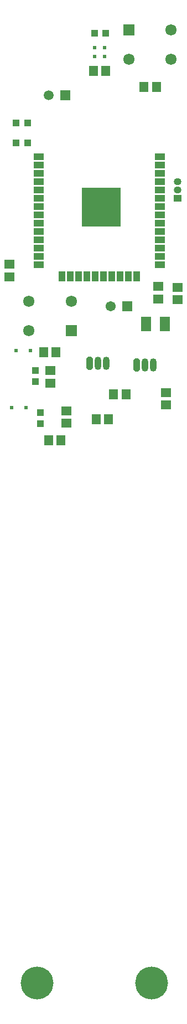
<source format=gbr>
G04 DipTrace 3.0.0.1*
G04 Âåðõíÿÿìàñêà.gbr*
%MOMM*%
G04 #@! TF.FileFunction,Soldermask,Top*
G04 #@! TF.Part,Single*
%AMOUTLINE0*
4,1,4,
-0.5,-0.75,
-0.5,0.75,
0.5,0.75,
0.5,-0.75,
-0.5,-0.75,
0*%
%AMOUTLINE2*
4,1,8,
-0.51,-0.75414,
-0.25414,-1.01,
0.25414,-1.01,
0.51,-0.75414,
0.51,0.75414,
0.25414,1.01,
-0.25414,1.01,
-0.51,0.75414,
-0.51,-0.75414,
0*%
%ADD25R,1.5X1.0*%
%ADD26R,6.0X6.0*%
%ADD51C,5.02*%
%ADD55C,1.72*%
%ADD57R,1.72X1.72*%
%ADD61C,1.52*%
%ADD63R,1.52X1.52*%
%ADD65O,1.17X1.07*%
%ADD67R,1.17X1.07*%
%ADD69C,1.544*%
%ADD71R,1.544X1.544*%
%ADD73O,1.02X2.02*%
%ADD79R,0.62X0.62*%
%ADD81R,1.52X2.22*%
%ADD83R,1.02X1.12*%
%ADD85R,1.32X1.52*%
%ADD87R,1.52X1.32*%
%ADD89R,1.12X1.02*%
%ADD93OUTLINE0*%
%ADD95OUTLINE2*%
%FSLAX35Y35*%
G04*
G71*
G90*
G75*
G01*
G04 TopMask*
%LPD*%
D89*
X2475000Y18450000D3*
X2645000D3*
X1450000Y17075000D3*
X1280000D3*
X1450000Y16775000D3*
X1280000D3*
D83*
X1575000Y13125000D3*
Y13295000D3*
X1650000Y12650000D3*
Y12480000D3*
D81*
X3550000Y14000000D3*
X3270000D3*
D79*
X1275000Y13600000D3*
X1495000D3*
X1425000Y12725000D3*
X1205000D3*
D25*
X1625000Y16175000D3*
Y16048000D3*
Y15921000D3*
Y15794000D3*
Y15667000D3*
Y15540000D3*
Y15413000D3*
Y15286000D3*
D93*
X3123000Y14731000D3*
D25*
X3475000Y14905000D3*
Y15032000D3*
Y15159000D3*
Y15286000D3*
Y15413000D3*
Y15540000D3*
Y15667000D3*
D93*
X2234000Y14731000D3*
D25*
X1625000Y15159000D3*
Y15032000D3*
Y14905000D3*
D93*
X1980000Y14731000D3*
X2107000D3*
D25*
X1625000Y16302000D3*
Y16429000D3*
Y16556000D3*
D93*
X2361000Y14731000D3*
X2488000D3*
X2615000D3*
X2996000D3*
X2869000D3*
X2742000D3*
D25*
X3475000Y15794000D3*
Y15921000D3*
Y16048000D3*
Y16175000D3*
Y16302000D3*
Y16429000D3*
Y16556000D3*
D26*
X2580000Y15786000D3*
D95*
X2400000Y13400000D3*
D73*
X2527000D3*
X2654000D3*
D71*
X2975000Y14275000D3*
D69*
X2721000D3*
D67*
X3750000Y15925000D3*
D65*
Y16050000D3*
Y16175000D3*
D63*
X2029000Y17500000D3*
D61*
X1775000D3*
D87*
X1175000Y14725000D3*
Y14915000D3*
X3450000Y14575000D3*
Y14385000D3*
X3570000Y12765000D3*
Y12955000D3*
D85*
X2770000Y12925000D3*
X2960000D3*
D87*
X3750000Y14375000D3*
Y14565000D3*
D85*
X2650000Y17875000D3*
X2460000D3*
X1700000Y13575000D3*
X1890000D3*
D87*
X1800000Y13100000D3*
Y13290000D3*
D85*
X1775000Y12225000D3*
X1965000D3*
D87*
X2050000Y12675000D3*
Y12485000D3*
D85*
X2500000Y12550000D3*
X2690000D3*
X3425000Y17625000D3*
X3235000D3*
D57*
X2125000Y13900000D3*
D55*
Y14350000D3*
X1475000D3*
Y13900000D3*
D57*
X3000000Y18500000D3*
D55*
Y18050000D3*
X3650000D3*
Y18500000D3*
D79*
X2475000Y18225000D3*
X2635000D3*
Y18095000D3*
X2475000D3*
D95*
X3125000Y13375000D3*
D73*
X3252000D3*
X3379000D3*
D51*
X1600000Y3925000D3*
X3350000D3*
M02*

</source>
